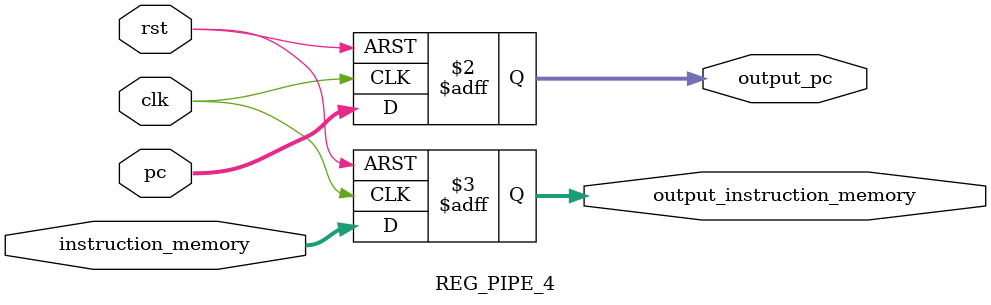
<source format=v>
`timescale 1ns / 1ps


module REG_PIPE_4(
    input clk,
    input rst,
    input [31:0] pc,
    input [31:0] instruction_memory,
    output reg [31:0] output_pc,
    output reg [31:0] output_instruction_memory
);
    
    always @(posedge clk or posedge rst) begin
        if (rst) begin
            output_pc <= 32'b0;
            output_instruction_memory <= 32'b0;
        end else begin
            // Normal operation
            output_pc <= pc;
            output_instruction_memory <= instruction_memory;
        end
    end
    
endmodule

</source>
